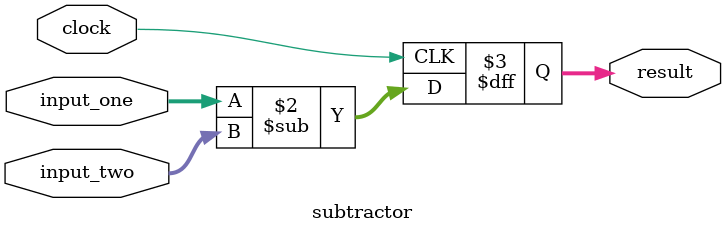
<source format=v>
`timescale 1ns / 1ps
module subtractor(
		clock ,
		input_one ,
		input_two ,
		result
	 );

	//-------- Registers --------
	 
	// ...

	//-------- Input ports --------
	input wire clock ;
	input wire signed [15:0] input_one ;
	input wire signed [15:0] input_two ;	
		
	//-------- Output ports --------
	output reg signed [15:0] result ;
		
	//-------- Behaviour --------		
	always @ (posedge clock) 
	begin : SUBTRACTOR
		result <= input_one - input_two;
	end

endmodule

</source>
